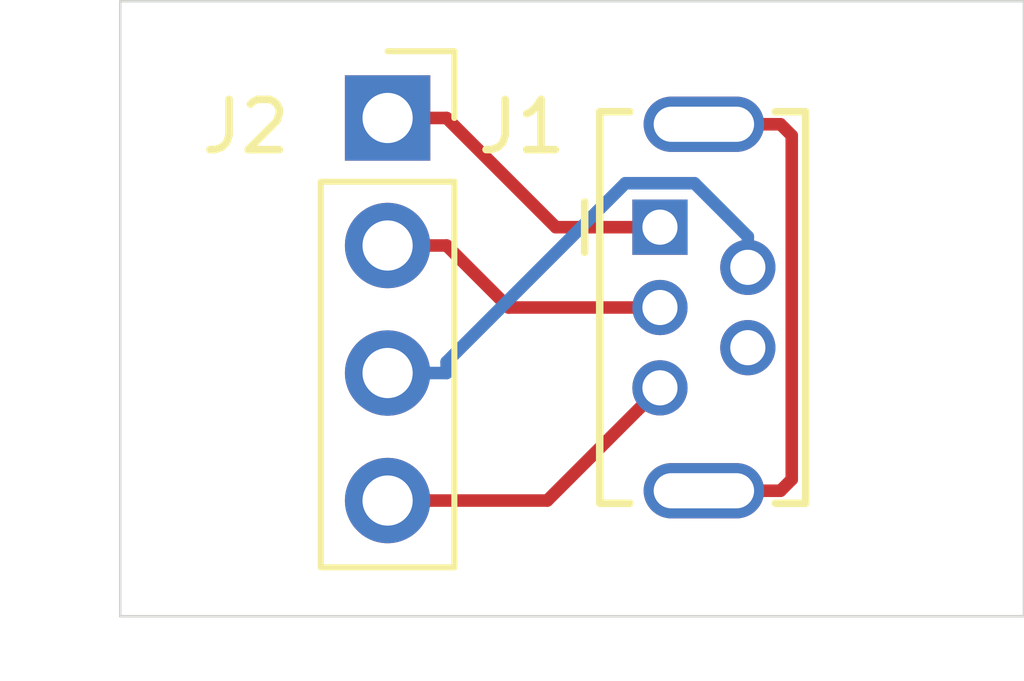
<source format=kicad_pcb>
(kicad_pcb (version 20171130) (host pcbnew "(5.1.12)-1")

  (general
    (thickness 1.6)
    (drawings 4)
    (tracks 19)
    (zones 0)
    (modules 2)
    (nets 7)
  )

  (page A4)
  (layers
    (0 F.Cu signal)
    (31 B.Cu signal)
    (32 B.Adhes user)
    (33 F.Adhes user)
    (34 B.Paste user)
    (35 F.Paste user)
    (36 B.SilkS user)
    (37 F.SilkS user)
    (38 B.Mask user)
    (39 F.Mask user)
    (40 Dwgs.User user)
    (41 Cmts.User user)
    (42 Eco1.User user)
    (43 Eco2.User user)
    (44 Edge.Cuts user)
    (45 Margin user)
    (46 B.CrtYd user)
    (47 F.CrtYd user)
    (48 B.Fab user)
    (49 F.Fab user)
  )

  (setup
    (last_trace_width 0.25)
    (trace_clearance 0.2)
    (zone_clearance 0.508)
    (zone_45_only no)
    (trace_min 0.2)
    (via_size 0.8)
    (via_drill 0.4)
    (via_min_size 0.4)
    (via_min_drill 0.3)
    (uvia_size 0.3)
    (uvia_drill 0.1)
    (uvias_allowed no)
    (uvia_min_size 0.2)
    (uvia_min_drill 0.1)
    (edge_width 0.05)
    (segment_width 0.2)
    (pcb_text_width 0.3)
    (pcb_text_size 1.5 1.5)
    (mod_edge_width 0.12)
    (mod_text_size 1 1)
    (mod_text_width 0.15)
    (pad_size 1.524 1.524)
    (pad_drill 0.762)
    (pad_to_mask_clearance 0)
    (aux_axis_origin 0 0)
    (visible_elements 7FFFFFFF)
    (pcbplotparams
      (layerselection 0x010fc_ffffffff)
      (usegerberextensions false)
      (usegerberattributes true)
      (usegerberadvancedattributes true)
      (creategerberjobfile true)
      (excludeedgelayer true)
      (linewidth 0.100000)
      (plotframeref false)
      (viasonmask false)
      (mode 1)
      (useauxorigin false)
      (hpglpennumber 1)
      (hpglpenspeed 20)
      (hpglpendiameter 15.000000)
      (psnegative false)
      (psa4output false)
      (plotreference true)
      (plotvalue true)
      (plotinvisibletext false)
      (padsonsilk false)
      (subtractmaskfromsilk false)
      (outputformat 1)
      (mirror false)
      (drillshape 1)
      (scaleselection 1)
      (outputdirectory ""))
  )

  (net 0 "")
  (net 1 "Net-(J1-Pad2)")
  (net 2 "Net-(J1-Pad3)")
  (net 3 "Net-(J1-Pad4)")
  (net 4 "Net-(J1-Pad6)")
  (net 5 +3V3)
  (net 6 GND1)

  (net_class Default "This is the default net class."
    (clearance 0.2)
    (trace_width 0.25)
    (via_dia 0.8)
    (via_drill 0.4)
    (uvia_dia 0.3)
    (uvia_drill 0.1)
    (add_net +3V3)
    (add_net GND1)
    (add_net "Net-(J1-Pad2)")
    (add_net "Net-(J1-Pad3)")
    (add_net "Net-(J1-Pad4)")
    (add_net "Net-(J1-Pad6)")
  )

  (module Connector_USB:USB_Mini-B_Tensility_54-00023_Vertical (layer F.Cu) (tedit 5A24F112) (tstamp 633B3692)
    (at 82.25 62.5 270)
    (descr http://www.tensility.com/pdffiles/54-00023.pdf)
    (tags "usb mini receptacle vertical")
    (path /6339C102)
    (fp_text reference J1 (at -2 2.75 180) (layer F.SilkS)
      (effects (font (size 1 1) (thickness 0.15)))
    )
    (fp_text value USB_B_Mini (at 1.5 2.2 90) (layer F.Fab)
      (effects (font (size 1 1) (thickness 0.15)))
    )
    (fp_line (start 5.5 -2.9) (end 5.5 -2.3) (layer F.SilkS) (width 0.15))
    (fp_line (start 6 -3.2) (end -2.8 -3.2) (layer F.CrtYd) (width 0.05))
    (fp_line (start 6 1.5) (end 6 -3.2) (layer F.CrtYd) (width 0.05))
    (fp_line (start -2.8 1.5) (end 6 1.5) (layer F.CrtYd) (width 0.05))
    (fp_line (start -2.8 -3.2) (end -2.8 1.5) (layer F.CrtYd) (width 0.05))
    (fp_line (start -2.3 -2.3) (end -2.3 -2.9) (layer F.SilkS) (width 0.15))
    (fp_line (start 5.5 1.2) (end 5.5 0.6) (layer F.SilkS) (width 0.15))
    (fp_line (start -2.3 1.2) (end 5.5 1.2) (layer F.SilkS) (width 0.15))
    (fp_line (start -2.3 0.6) (end -2.3 1.2) (layer F.SilkS) (width 0.15))
    (fp_line (start -2.3 -2.9) (end 5.5 -2.9) (layer F.SilkS) (width 0.15))
    (fp_line (start -2 0.9) (end -2 -2.6) (layer F.Fab) (width 0.15))
    (fp_line (start 5.2 -2.6) (end -2 -2.6) (layer F.Fab) (width 0.15))
    (fp_line (start 5.2 -2.6) (end 5.2 0.9) (layer F.Fab) (width 0.15))
    (fp_line (start 0.7 0.9) (end 5.2 0.9) (layer F.Fab) (width 0.15))
    (fp_line (start 0 0.2) (end 0.7 0.9) (layer F.Fab) (width 0.15))
    (fp_line (start -0.7 0.9) (end 0 0.2) (layer F.Fab) (width 0.15))
    (fp_line (start -2 0.9) (end -0.7 0.9) (layer F.Fab) (width 0.15))
    (fp_line (start -0.5 1.5) (end 0.5 1.5) (layer F.SilkS) (width 0.15))
    (fp_text user %R (at 1.5 -1 90) (layer F.Fab)
      (effects (font (size 1 1) (thickness 0.15)))
    )
    (pad 1 thru_hole rect (at 0 0 270) (size 1.1 1.1) (drill 0.7) (layers *.Cu *.Mask)
      (net 5 +3V3))
    (pad 2 thru_hole circle (at 0.8 -1.75 270) (size 1.1 1.1) (drill 0.7) (layers *.Cu *.Mask)
      (net 1 "Net-(J1-Pad2)"))
    (pad 3 thru_hole circle (at 1.6 0 270) (size 1.1 1.1) (drill 0.7) (layers *.Cu *.Mask)
      (net 2 "Net-(J1-Pad3)"))
    (pad 4 thru_hole circle (at 2.4 -1.75 270) (size 1.1 1.1) (drill 0.7) (layers *.Cu *.Mask)
      (net 3 "Net-(J1-Pad4)"))
    (pad 5 thru_hole circle (at 3.2 0 270) (size 1.1 1.1) (drill 0.7) (layers *.Cu *.Mask)
      (net 6 GND1))
    (pad 6 thru_hole oval (at -2.05 -0.875 270) (size 1.1 2.4) (drill oval 0.7 2) (layers *.Cu *.Mask)
      (net 4 "Net-(J1-Pad6)"))
    (pad 6 thru_hole oval (at 5.25 -0.875 270) (size 1.1 2.4) (drill oval 0.7 2) (layers *.Cu *.Mask)
      (net 4 "Net-(J1-Pad6)"))
    (model ${KISYS3DMOD}/Connector_USB.3dshapes/USB_Mini-B_Tensility_54-00023_Vertical.wrl
      (at (xyz 0 0 0))
      (scale (xyz 1 1 1))
      (rotate (xyz 0 0 0))
    )
  )

  (module Connector_PinSocket_2.54mm:PinSocket_1x04_P2.54mm_Vertical (layer F.Cu) (tedit 5A19A429) (tstamp 633B36AA)
    (at 76.825 60.325)
    (descr "Through hole straight socket strip, 1x04, 2.54mm pitch, single row (from Kicad 4.0.7), script generated")
    (tags "Through hole socket strip THT 1x04 2.54mm single row")
    (path /633D28B1)
    (fp_text reference J2 (at -2.825001 0.174999) (layer F.SilkS)
      (effects (font (size 1 1) (thickness 0.15)))
    )
    (fp_text value Conn_01x04_Female (at 0 10.39) (layer F.Fab)
      (effects (font (size 1 1) (thickness 0.15)))
    )
    (fp_line (start -1.8 9.4) (end -1.8 -1.8) (layer F.CrtYd) (width 0.05))
    (fp_line (start 1.75 9.4) (end -1.8 9.4) (layer F.CrtYd) (width 0.05))
    (fp_line (start 1.75 -1.8) (end 1.75 9.4) (layer F.CrtYd) (width 0.05))
    (fp_line (start -1.8 -1.8) (end 1.75 -1.8) (layer F.CrtYd) (width 0.05))
    (fp_line (start 0 -1.33) (end 1.33 -1.33) (layer F.SilkS) (width 0.12))
    (fp_line (start 1.33 -1.33) (end 1.33 0) (layer F.SilkS) (width 0.12))
    (fp_line (start 1.33 1.27) (end 1.33 8.95) (layer F.SilkS) (width 0.12))
    (fp_line (start -1.33 8.95) (end 1.33 8.95) (layer F.SilkS) (width 0.12))
    (fp_line (start -1.33 1.27) (end -1.33 8.95) (layer F.SilkS) (width 0.12))
    (fp_line (start -1.33 1.27) (end 1.33 1.27) (layer F.SilkS) (width 0.12))
    (fp_line (start -1.27 8.89) (end -1.27 -1.27) (layer F.Fab) (width 0.1))
    (fp_line (start 1.27 8.89) (end -1.27 8.89) (layer F.Fab) (width 0.1))
    (fp_line (start 1.27 -0.635) (end 1.27 8.89) (layer F.Fab) (width 0.1))
    (fp_line (start 0.635 -1.27) (end 1.27 -0.635) (layer F.Fab) (width 0.1))
    (fp_line (start -1.27 -1.27) (end 0.635 -1.27) (layer F.Fab) (width 0.1))
    (fp_text user %R (at 0 3.81 90) (layer F.Fab)
      (effects (font (size 1 1) (thickness 0.15)))
    )
    (pad 1 thru_hole rect (at 0 0) (size 1.7 1.7) (drill 1) (layers *.Cu *.Mask)
      (net 5 +3V3))
    (pad 2 thru_hole oval (at 0 2.54) (size 1.7 1.7) (drill 1) (layers *.Cu *.Mask)
      (net 2 "Net-(J1-Pad3)"))
    (pad 3 thru_hole oval (at 0 5.08) (size 1.7 1.7) (drill 1) (layers *.Cu *.Mask)
      (net 1 "Net-(J1-Pad2)"))
    (pad 4 thru_hole oval (at 0 7.62) (size 1.7 1.7) (drill 1) (layers *.Cu *.Mask)
      (net 6 GND1))
    (model ${KISYS3DMOD}/Connector_PinSocket_2.54mm.3dshapes/PinSocket_1x04_P2.54mm_Vertical.wrl
      (at (xyz 0 0 0))
      (scale (xyz 1 1 1))
      (rotate (xyz 0 0 0))
    )
  )

  (gr_line (start 71.5 70.25) (end 71.5 58) (layer Edge.Cuts) (width 0.05))
  (gr_line (start 89.5 70.25) (end 71.5 70.25) (layer Edge.Cuts) (width 0.05))
  (gr_line (start 89.5 58) (end 89.5 70.25) (layer Edge.Cuts) (width 0.05))
  (gr_line (start 71.5 58) (end 89.5 58) (layer Edge.Cuts) (width 0.05))

  (segment (start 76.825 65.405) (end 78.0001 65.405) (width 0.25) (layer B.Cu) (net 1))
  (segment (start 78.0001 65.405) (end 78.0001 65.1847) (width 0.25) (layer B.Cu) (net 1))
  (segment (start 78.0001 65.1847) (end 81.56 61.6248) (width 0.25) (layer B.Cu) (net 1))
  (segment (start 81.56 61.6248) (end 82.9376 61.6248) (width 0.25) (layer B.Cu) (net 1))
  (segment (start 82.9376 61.6248) (end 84 62.6872) (width 0.25) (layer B.Cu) (net 1))
  (segment (start 84 62.6872) (end 84 63.3) (width 0.25) (layer B.Cu) (net 1))
  (segment (start 76.825 62.865) (end 78.0001 62.865) (width 0.25) (layer F.Cu) (net 2))
  (segment (start 78.0001 62.865) (end 79.2351 64.1) (width 0.25) (layer F.Cu) (net 2))
  (segment (start 79.2351 64.1) (end 82.25 64.1) (width 0.25) (layer F.Cu) (net 2))
  (segment (start 83.125 60.45) (end 84.6501 60.45) (width 0.25) (layer F.Cu) (net 4))
  (segment (start 83.125 67.75) (end 84.6501 67.75) (width 0.25) (layer F.Cu) (net 4))
  (segment (start 84.6501 67.75) (end 84.8751 67.525) (width 0.25) (layer F.Cu) (net 4))
  (segment (start 84.8751 67.525) (end 84.8751 60.675) (width 0.25) (layer F.Cu) (net 4))
  (segment (start 84.8751 60.675) (end 84.6501 60.45) (width 0.25) (layer F.Cu) (net 4))
  (segment (start 76.825 60.325) (end 78.0001 60.325) (width 0.25) (layer F.Cu) (net 5))
  (segment (start 78.0001 60.325) (end 80.1751 62.5) (width 0.25) (layer F.Cu) (net 5))
  (segment (start 80.1751 62.5) (end 82.25 62.5) (width 0.25) (layer F.Cu) (net 5))
  (segment (start 76.825 67.945) (end 80.005 67.945) (width 0.25) (layer F.Cu) (net 6))
  (segment (start 80.005 67.945) (end 82.25 65.7) (width 0.25) (layer F.Cu) (net 6))

)

</source>
